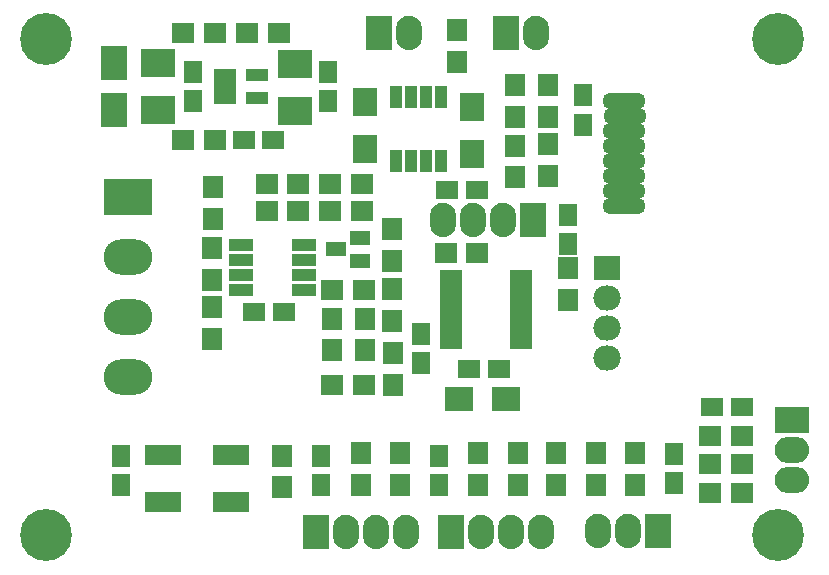
<source format=gts>
G04 #@! TF.FileFunction,Soldermask,Top*
%FSLAX46Y46*%
G04 Gerber Fmt 4.6, Leading zero omitted, Abs format (unit mm)*
G04 Created by KiCad (PCBNEW 4.0.6) date 01/12/18 15:47:40*
%MOMM*%
%LPD*%
G01*
G04 APERTURE LIST*
%ADD10C,0.100000*%
%ADD11C,4.400000*%
%ADD12R,2.000000X2.400000*%
%ADD13R,1.650000X1.900000*%
%ADD14R,2.900000X2.400000*%
%ADD15R,1.900000X1.650000*%
%ADD16R,2.400000X2.100000*%
%ADD17R,1.900000X1.700000*%
%ADD18R,1.850000X0.850000*%
%ADD19R,2.224000X2.924000*%
%ADD20O,2.224000X2.924000*%
%ADD21O,4.124000X3.024000*%
%ADD22R,4.124000X3.024000*%
%ADD23O,3.650000X1.350000*%
%ADD24R,1.654000X1.200100*%
%ADD25R,1.700000X1.900000*%
%ADD26R,3.154000X1.654000*%
%ADD27R,1.000000X1.950000*%
%ADD28R,1.960000X1.050000*%
%ADD29R,2.100000X1.100000*%
%ADD30R,2.200000X2.900000*%
%ADD31R,2.324000X2.124000*%
%ADD32O,2.324000X2.124000*%
%ADD33R,2.924000X2.224000*%
%ADD34O,2.924000X2.224000*%
G04 APERTURE END LIST*
D10*
D11*
X104000000Y-74000000D03*
X166000000Y-74000000D03*
X166000000Y-116000000D03*
D12*
X140100000Y-79700000D03*
X140100000Y-83700000D03*
D13*
X149500000Y-81250000D03*
X149500000Y-78750000D03*
X127900000Y-76750000D03*
X127900000Y-79250000D03*
D14*
X125100000Y-76100000D03*
X125100000Y-80100000D03*
D13*
X116500000Y-76750000D03*
X116500000Y-79250000D03*
D14*
X113500000Y-76000000D03*
X113500000Y-80000000D03*
D12*
X131000000Y-79300000D03*
X131000000Y-83300000D03*
D15*
X123250000Y-82500000D03*
X120750000Y-82500000D03*
X138015477Y-86800000D03*
X140515477Y-86800000D03*
D13*
X110400000Y-109250000D03*
X110400000Y-111750000D03*
X135800000Y-98950000D03*
X135800000Y-101450000D03*
D15*
X121650000Y-97100000D03*
X124150000Y-97100000D03*
X139850000Y-101900000D03*
X142350000Y-101900000D03*
D16*
X139000000Y-104500000D03*
X143000000Y-104500000D03*
D17*
X125400000Y-88500000D03*
X122700000Y-88500000D03*
X125400000Y-86250000D03*
X122700000Y-86250000D03*
X115650000Y-73500000D03*
X118350000Y-73500000D03*
X128250000Y-103300000D03*
X130950000Y-103300000D03*
D18*
X138350000Y-93975000D03*
X138350000Y-94625000D03*
X138350000Y-95275000D03*
X138350000Y-95925000D03*
X138350000Y-96575000D03*
X138350000Y-97225000D03*
X138350000Y-97875000D03*
X138350000Y-98525000D03*
X138350000Y-99175000D03*
X138350000Y-99825000D03*
X144250000Y-99825000D03*
X144250000Y-99175000D03*
X144250000Y-98525000D03*
X144250000Y-97875000D03*
X144250000Y-97225000D03*
X144250000Y-96575000D03*
X144250000Y-95925000D03*
X144250000Y-95275000D03*
X144250000Y-94625000D03*
X144250000Y-93975000D03*
D19*
X142960000Y-73500000D03*
D20*
X145500000Y-73500000D03*
D21*
X111000000Y-102620000D03*
X111000000Y-97540000D03*
X111000000Y-92460000D03*
D22*
X111000000Y-87380000D03*
D19*
X132210000Y-73500000D03*
D20*
X134750000Y-73500000D03*
D19*
X126890000Y-115700000D03*
D20*
X129430000Y-115700000D03*
X131970000Y-115700000D03*
X134510000Y-115700000D03*
D19*
X145280000Y-89300000D03*
D20*
X142740000Y-89300000D03*
X140200000Y-89300000D03*
X137660000Y-89300000D03*
D23*
X153000000Y-83000000D03*
X153000000Y-84270000D03*
X153000000Y-79190000D03*
X153050000Y-80460000D03*
X153000000Y-81730000D03*
X153000000Y-85540000D03*
X153000000Y-86810000D03*
X153000000Y-88080000D03*
D24*
X130600760Y-92750000D03*
X130600760Y-90850000D03*
X128600000Y-91800000D03*
D25*
X138800000Y-75950000D03*
X138800000Y-73250000D03*
D17*
X115650000Y-82500000D03*
X118350000Y-82500000D03*
D25*
X143750000Y-83000000D03*
X143750000Y-85700000D03*
D17*
X121050000Y-73500000D03*
X123750000Y-73500000D03*
X130800000Y-88500000D03*
X128100000Y-88500000D03*
X130800000Y-86250000D03*
X128100000Y-86250000D03*
D25*
X143750000Y-77900000D03*
X143750000Y-80600000D03*
X146500000Y-80600000D03*
X146500000Y-77900000D03*
X146500000Y-85600000D03*
X146500000Y-82900000D03*
D17*
X140550000Y-92100000D03*
X137850000Y-92100000D03*
D25*
X124000000Y-111950000D03*
X124000000Y-109250000D03*
X118180000Y-86550000D03*
X118180000Y-89250000D03*
X128200000Y-100350000D03*
X128200000Y-97650000D03*
X131000000Y-100350000D03*
X131000000Y-97650000D03*
D17*
X130950000Y-95200000D03*
X128250000Y-95200000D03*
D25*
X118100000Y-91650000D03*
X118100000Y-94350000D03*
X133350000Y-95150000D03*
X133350000Y-97850000D03*
X133400000Y-103250000D03*
X133400000Y-100550000D03*
X133300000Y-92750000D03*
X133300000Y-90050000D03*
X118100000Y-96650000D03*
X118100000Y-99350000D03*
X134002500Y-109050000D03*
X134002500Y-111750000D03*
X130685000Y-109050000D03*
X130685000Y-111750000D03*
D26*
X119680000Y-109200000D03*
X113920000Y-109200000D03*
X113920000Y-113200000D03*
X119680000Y-113200000D03*
D27*
X137505000Y-78900000D03*
X136235000Y-78900000D03*
X134965000Y-78900000D03*
X133695000Y-78900000D03*
X133695000Y-84300000D03*
X134965000Y-84300000D03*
X136235000Y-84300000D03*
X137505000Y-84300000D03*
D28*
X119150000Y-77050000D03*
X119150000Y-78000000D03*
X119150000Y-78950000D03*
X121850000Y-78950000D03*
X121850000Y-77050000D03*
D29*
X125900000Y-95205000D03*
X125900000Y-93935000D03*
X125900000Y-92665000D03*
X125900000Y-91395000D03*
X120500000Y-91395000D03*
X120500000Y-92665000D03*
X120500000Y-93935000D03*
X120500000Y-95205000D03*
D11*
X104000000Y-116000000D03*
D30*
X109750000Y-76000000D03*
X109750000Y-80000000D03*
D31*
X151500000Y-93380000D03*
D32*
X151500000Y-95920000D03*
X151500000Y-98460000D03*
X151500000Y-101000000D03*
D19*
X138320000Y-115700000D03*
D20*
X140860000Y-115700000D03*
X143400000Y-115700000D03*
X145940000Y-115700000D03*
D19*
X155840000Y-115650001D03*
D20*
X153300000Y-115650001D03*
X150760000Y-115650001D03*
D33*
X167200000Y-106220000D03*
D34*
X167200000Y-108760000D03*
X167200000Y-111300000D03*
D25*
X148200000Y-96050000D03*
X148200000Y-93350000D03*
X143955000Y-109050000D03*
X143955000Y-111750000D03*
X140637500Y-109050000D03*
X140637500Y-111750000D03*
X153857500Y-111750000D03*
X153857500Y-109050000D03*
D17*
X162950000Y-107550000D03*
X160250000Y-107550000D03*
D25*
X150590000Y-109050000D03*
X150590000Y-111750000D03*
D17*
X160250000Y-109925000D03*
X162950000Y-109925000D03*
D25*
X147222500Y-111750000D03*
X147222500Y-109050000D03*
D17*
X162950000Y-112400000D03*
X160250000Y-112400000D03*
D13*
X137295000Y-111750000D03*
X137295000Y-109250000D03*
X127342500Y-111750000D03*
X127342500Y-109250000D03*
D15*
X162950000Y-105100000D03*
X160450000Y-105100000D03*
D13*
X157200000Y-111584523D03*
X157200000Y-109084523D03*
X148200000Y-91350000D03*
X148200000Y-88850000D03*
M02*

</source>
